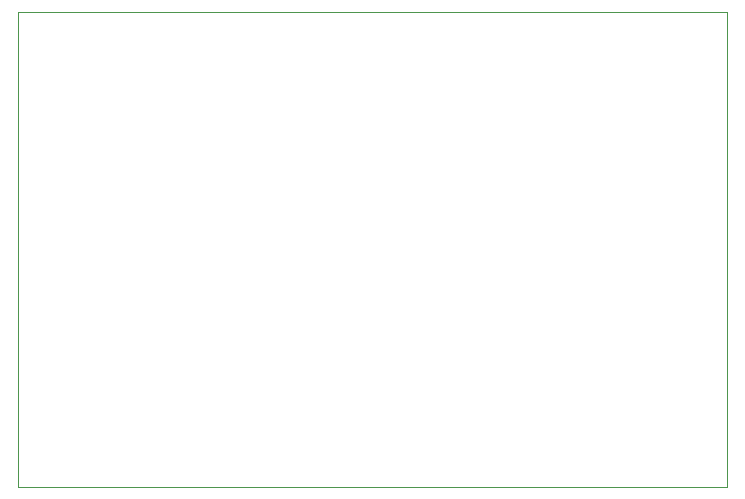
<source format=gm1>
%TF.GenerationSoftware,KiCad,Pcbnew,(6.0.5)*%
%TF.CreationDate,2023-01-03T16:46:16+01:00*%
%TF.ProjectId,Photo_table,50686f74-6f5f-4746-9162-6c652e6b6963,rev?*%
%TF.SameCoordinates,Original*%
%TF.FileFunction,Profile,NP*%
%FSLAX46Y46*%
G04 Gerber Fmt 4.6, Leading zero omitted, Abs format (unit mm)*
G04 Created by KiCad (PCBNEW (6.0.5)) date 2023-01-03 16:46:16*
%MOMM*%
%LPD*%
G01*
G04 APERTURE LIST*
%TA.AperFunction,Profile*%
%ADD10C,0.100000*%
%TD*%
G04 APERTURE END LIST*
D10*
X139000000Y-115350000D02*
X79000000Y-115350000D01*
X139000000Y-75200000D02*
X139000000Y-115350000D01*
X79000000Y-75200000D02*
X79000000Y-115350000D01*
X79000000Y-75200000D02*
X139000000Y-75200000D01*
M02*

</source>
